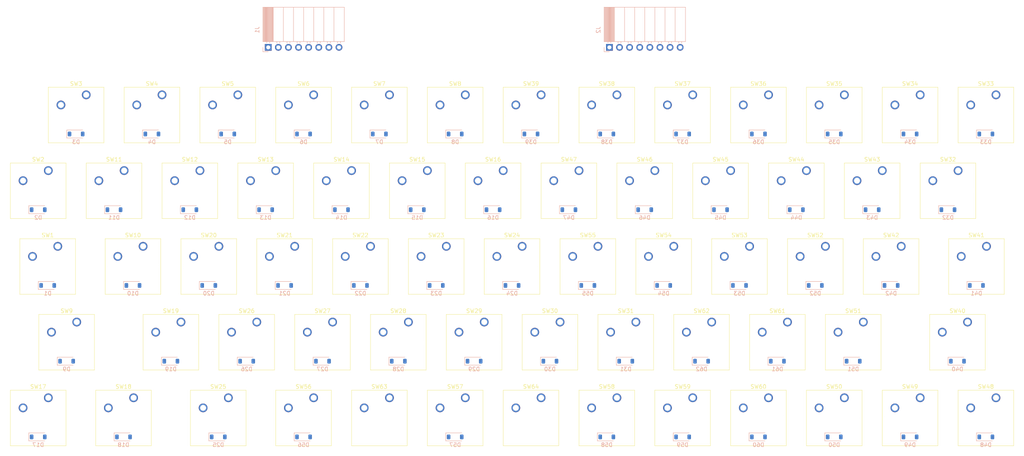
<source format=kicad_pcb>
(kicad_pcb (version 20221018) (generator pcbnew)

  (general
    (thickness 1.6)
  )

  (paper "A3")
  (layers
    (0 "F.Cu" signal)
    (31 "B.Cu" signal)
    (32 "B.Adhes" user "B.Adhesive")
    (33 "F.Adhes" user "F.Adhesive")
    (34 "B.Paste" user)
    (35 "F.Paste" user)
    (36 "B.SilkS" user "B.Silkscreen")
    (37 "F.SilkS" user "F.Silkscreen")
    (38 "B.Mask" user)
    (39 "F.Mask" user)
    (40 "Dwgs.User" user "User.Drawings")
    (41 "Cmts.User" user "User.Comments")
    (42 "Eco1.User" user "User.Eco1")
    (43 "Eco2.User" user "User.Eco2")
    (44 "Edge.Cuts" user)
    (45 "Margin" user)
    (46 "B.CrtYd" user "B.Courtyard")
    (47 "F.CrtYd" user "F.Courtyard")
    (48 "B.Fab" user)
    (49 "F.Fab" user)
    (50 "User.1" user)
    (51 "User.2" user)
    (52 "User.3" user)
    (53 "User.4" user)
    (54 "User.5" user)
    (55 "User.6" user)
    (56 "User.7" user)
    (57 "User.8" user)
    (58 "User.9" user)
  )

  (setup
    (pad_to_mask_clearance 0)
    (pcbplotparams
      (layerselection 0x00010fc_ffffffff)
      (plot_on_all_layers_selection 0x0000000_00000000)
      (disableapertmacros false)
      (usegerberextensions false)
      (usegerberattributes true)
      (usegerberadvancedattributes true)
      (creategerberjobfile true)
      (dashed_line_dash_ratio 12.000000)
      (dashed_line_gap_ratio 3.000000)
      (svgprecision 4)
      (plotframeref false)
      (viasonmask false)
      (mode 1)
      (useauxorigin false)
      (hpglpennumber 1)
      (hpglpenspeed 20)
      (hpglpendiameter 15.000000)
      (dxfpolygonmode true)
      (dxfimperialunits true)
      (dxfusepcbnewfont true)
      (psnegative false)
      (psa4output false)
      (plotreference true)
      (plotvalue true)
      (plotinvisibletext false)
      (sketchpadsonfab false)
      (subtractmaskfromsilk false)
      (outputformat 1)
      (mirror false)
      (drillshape 1)
      (scaleselection 1)
      (outputdirectory "")
    )
  )

  (net 0 "")
  (net 1 "Net-(D1-K)")
  (net 2 "Net-(D1-A)")
  (net 3 "Net-(D10-A)")
  (net 4 "Net-(D10-K)")
  (net 5 "Net-(D17-K)")
  (net 6 "Net-(D17-A)")
  (net 7 "Net-(D25-K)")
  (net 8 "Net-(D25-A)")
  (net 9 "Net-(D32-K)")
  (net 10 "Net-(D33-A)")
  (net 11 "Net-(D40-K)")
  (net 12 "Net-(D41-A)")
  (net 13 "Net-(D48-K)")
  (net 14 "Net-(D49-A)")
  (net 15 "Net-(D56-K)")
  (net 16 "Net-(D56-A)")
  (net 17 "Net-(J2-Pin_1)")
  (net 18 "Net-(J2-Pin_2)")
  (net 19 "Net-(J2-Pin_3)")
  (net 20 "Net-(J2-Pin_4)")
  (net 21 "Net-(J2-Pin_5)")
  (net 22 "Net-(J2-Pin_6)")
  (net 23 "Net-(J2-Pin_7)")
  (net 24 "Net-(J2-Pin_8)")
  (net 25 "unconnected-(SW63-Pad1)")
  (net 26 "unconnected-(SW63-Pad2)")
  (net 27 "unconnected-(SW64-Pad1)")
  (net 28 "unconnected-(SW64-Pad2)")
  (net 29 "Net-(D2-A)")
  (net 30 "Net-(D3-A)")
  (net 31 "Net-(D4-A)")
  (net 32 "Net-(D5-A)")
  (net 33 "Net-(D6-A)")
  (net 34 "Net-(D7-A)")
  (net 35 "Net-(D8-A)")
  (net 36 "Net-(D9-A)")
  (net 37 "Net-(D11-A)")
  (net 38 "Net-(D12-A)")
  (net 39 "Net-(D13-A)")
  (net 40 "Net-(D14-A)")
  (net 41 "Net-(D15-A)")
  (net 42 "Net-(D16-A)")
  (net 43 "Net-(D18-A)")
  (net 44 "Net-(D19-A)")
  (net 45 "Net-(D20-A)")
  (net 46 "Net-(D21-A)")
  (net 47 "Net-(D22-A)")
  (net 48 "Net-(D23-A)")
  (net 49 "Net-(D24-A)")
  (net 50 "Net-(D26-A)")
  (net 51 "Net-(D27-A)")
  (net 52 "Net-(D28-A)")
  (net 53 "Net-(D29-A)")
  (net 54 "Net-(D30-A)")
  (net 55 "Net-(D31-A)")
  (net 56 "Net-(D32-A)")
  (net 57 "Net-(D34-A)")
  (net 58 "Net-(D35-A)")
  (net 59 "Net-(D36-A)")
  (net 60 "Net-(D37-A)")
  (net 61 "Net-(D38-A)")
  (net 62 "Net-(D39-A)")
  (net 63 "Net-(D40-A)")
  (net 64 "Net-(D42-A)")
  (net 65 "Net-(D43-A)")
  (net 66 "Net-(D44-A)")
  (net 67 "Net-(D45-A)")
  (net 68 "Net-(D46-A)")
  (net 69 "Net-(D47-A)")
  (net 70 "Net-(D48-A)")
  (net 71 "Net-(D50-A)")
  (net 72 "Net-(D51-A)")
  (net 73 "Net-(D52-A)")
  (net 74 "Net-(D53-A)")
  (net 75 "Net-(D54-A)")
  (net 76 "Net-(D55-A)")
  (net 77 "Net-(D57-A)")
  (net 78 "Net-(D58-A)")
  (net 79 "Net-(D59-A)")
  (net 80 "Net-(D60-A)")
  (net 81 "Net-(D61-A)")
  (net 82 "Net-(D62-A)")

  (footprint "Button_Switch_Keyboard:SW_Cherry_MX_1.00u_PCB" (layer "F.Cu") (at 283.21 116.36375))

  (footprint "Button_Switch_Keyboard:SW_Cherry_MX_1.00u_PCB" (layer "F.Cu") (at 259.3975 154.46375))

  (footprint "Button_Switch_Keyboard:SW_Cherry_MX_1.00u_PCB" (layer "F.Cu") (at 111.76 116.36375))

  (footprint "Button_Switch_Keyboard:SW_Cherry_MX_1.00u_PCB" (layer "F.Cu") (at 249.8725 135.41375))

  (footprint "Button_Switch_Keyboard:SW_Cherry_MX_1.25u_PCB" (layer "F.Cu") (at 137.95375 173.51375))

  (footprint "Button_Switch_Keyboard:SW_Cherry_MX_1.00u_PCB" (layer "F.Cu") (at 273.685 173.51375))

  (footprint "Button_Switch_Keyboard:SW_Cherry_MX_1.00u_PCB" (layer "F.Cu") (at 254.635 97.31375))

  (footprint "Button_Switch_Keyboard:SW_Cherry_MX_1.00u_PCB" (layer "F.Cu") (at 211.7725 135.41375))

  (footprint "Button_Switch_Keyboard:SW_Cherry_MX_1.00u_PCB" (layer "F.Cu") (at 178.435 97.31375))

  (footprint "Button_Switch_Keyboard:SW_Cherry_MX_1.00u_PCB" (layer "F.Cu") (at 197.485 173.51375))

  (footprint "Button_Switch_Keyboard:SW_Cherry_MX_1.00u_PCB" (layer "F.Cu") (at 197.485 97.31375))

  (footprint "Button_Switch_Keyboard:SW_Cherry_MX_1.00u_PCB" (layer "F.Cu") (at 230.8225 135.41375))

  (footprint "Button_Switch_Keyboard:SW_Cherry_MX_1.00u_PCB" (layer "F.Cu") (at 302.26 116.36375))

  (footprint "Button_Switch_Keyboard:SW_Cherry_MX_1.00u_PCB" (layer "F.Cu") (at 92.71 116.36375))

  (footprint "Button_Switch_Keyboard:SW_Cherry_MX_1.00u_PCB" (layer "F.Cu") (at 292.735 97.31375))

  (footprint "Button_Switch_Keyboard:SW_Cherry_MX_1.00u_PCB" (layer "F.Cu") (at 145.0975 154.46375))

  (footprint "Button_Switch_Keyboard:SW_Cherry_MX_1.00u_PCB" (layer "F.Cu") (at 149.86 116.36375))

  (footprint "Button_Switch_Keyboard:SW_Cherry_MX_1.00u_PCB" (layer "F.Cu") (at 287.9725 135.41375))

  (footprint "Button_Switch_Keyboard:SW_Cherry_MX_1.00u_PCB" (layer "F.Cu") (at 116.5225 135.41375))

  (footprint "Button_Switch_Keyboard:SW_Cherry_MX_1.00u_PCB" (layer "F.Cu") (at 140.335 97.31375))

  (footprint "Button_Switch_Keyboard:SW_Cherry_MX_1.00u_PCB" (layer "F.Cu") (at 273.685 97.31375))

  (footprint "Button_Switch_Keyboard:SW_Cherry_MX_1.00u_PCB" (layer "F.Cu") (at 321.31 116.36375))

  (footprint "Button_Switch_Keyboard:SW_Cherry_MX_1.00u_PCB" (layer "F.Cu") (at 307.0225 135.41375))

  (footprint "Button_Switch_Keyboard:SW_Cherry_MX_1.00u_PCB" (layer "F.Cu") (at 183.1975 154.46375))

  (footprint "Button_Switch_Keyboard:SW_Cherry_MX_1.25u_PCB" (layer "F.Cu") (at 95.09125 135.41375))

  (footprint "Button_Switch_Keyboard:SW_Cherry_MX_1.00u_PCB" (layer "F.Cu") (at 216.535 173.51375))

  (footprint "Button_Switch_Keyboard:SW_Cherry_MX_1.00u_PCB" (layer "F.Cu") (at 278.4475 154.46375))

  (footprint "Button_Switch_Keyboard:SW_Cherry_MX_1.00u_PCB" (layer "F.Cu") (at 202.2475 154.46375))

  (footprint "Button_Switch_Keyboard:SW_Cherry_MX_1.00u_PCB" (layer "F.Cu") (at 297.4975 154.46375))

  (footprint "Button_Switch_Keyboard:SW_Cherry_MX_1.00u_PCB" (layer "F.Cu") (at 245.11 116.36375))

  (footprint "Button_Switch_Keyboard:SW_Cherry_MX_1.00u_PCB" (layer "F.Cu") (at 254.635 173.51375))

  (footprint "Button_Switch_Keyboard:SW_Cherry_MX_1.00u_PCB" (layer "F.Cu") (at 130.81 116.36375))

  (footprint "Button_Switch_Keyboard:SW_Cherry_MX_1.00u_PCB" (layer "F.Cu") (at 159.385 173.51375))

  (footprint "Button_Switch_Keyboard:SW_Cherry_MX_1.00u_PCB" (layer "F.Cu") (at 207.01 116.36375))

  (footprint "Button_Switch_Keyboard:SW_Cherry_MX_1.00u_PCB" (layer "F.Cu") (at 92.71 173.51375))

  (footprint "Button_Switch_Keyboard:SW_Cherry_MX_1.25u_PCB" (layer "F.Cu") (at 328.45375 135.41375))

  (footprint "Button_Switch_Keyboard:SW_Cherry_MX_1.00u_PCB" (layer "F.Cu") (at 126.0475 154.46375))

  (footprint "Button_Switch_Keyboard:SW_Cherry_MX_1.00u_PCB" (layer "F.Cu") (at 330.835 173.51375))

  (footprint "Button_Switch_Keyboard:SW_Cherry_MX_1.00u_PCB" (layer "F.Cu") (at 235.585 97.31375))

  (footprint "Button_Switch_Keyboard:SW_Cherry_MX_1.00u_PCB" (layer "F.Cu") (at 221.2975 154.46375))

  (footprint "Button_Switch_Keyboard:SW_Cherry_MX_1.00u_PCB" (layer "F.Cu") (at 216.535 97.31375))

  (footprint "Button_Switch_Keyboard:SW_Cherry_MX_1.00u_PCB" (layer "F.Cu")
    (tstamp a29d0987-fc1b-479e-89c1-4957eae3384f)
    (at 268.9225 135.41375)
    (descr "Cherry MX keyswitch, 1.00u, PCB mount, http://cherryamericas.com/wp-content/uploads/2014/12/mx_cat.pdf")
    (tags "Cherry MX keyswitch 1.00u PCB")
    (property "Sheetfile" "xantronix-z32.kicad_sch")
    (property "Sheetname" "")
    (property "ki_description" "Push button switch, generic, two pins")
    (property "ki_keywords" "switch normally-open pushbutton push-button")
    (path "/e818bc00-1e8f-44e3-b9f4-0bae43ab4fb8")
    (attr through_hole)
    (fp_text reference "SW53" (at -2.54 -2.794) (layer "F.SilkS")
        (effects (font (size 1 1) (thickness 0.15)))
      (tstamp cb3cf7f9-8c81-468e-8413-26def3be3526)
    )
    (fp_text value "SW_Push" (at -2.54 12.954) (layer "F.Fab")
        (effects (font (size 1 1) (thickness 0.15)))
      (tstamp 5182fbc3-0c7b-453c-aafd-532198d8e30e)
    )
    (fp_text user "${REFERENCE}" (at -2.54 -2.794) (layer "F.Fab")
        (effects (font (size 1 1) (thickness 0.15)))
      (tstamp 68a1dcc7-8161-4f6b-9b42-7c6638961b1c)
    )
    (fp_line (start -9.525 -1.905) (end 4.445 -1.905)
      (stroke (width 0.12) (type solid)) (layer "F.SilkS") (tstamp 08667e8a-8c72-429f-b2e6-5db12ca88ec3))
    (fp_line (start -9.525 12.065) (end -9.525 -1.905)
      (stroke (width 0.12) (type solid)) (layer "F.SilkS") (tstamp 0c747d89-b9cd-4ce8-9ab2-10088c866c2a))
    (fp_line (start 4.445 -1.905) (end 4.445 12.065)
      (stroke (width 0.12) (type solid)) (layer "F.SilkS") (tstamp f19d8e3e-1608-4cbf-9820-4000cc5e77a2))
    (fp_line (start 4.445 12.065) (end -9.525 12.065)
      (stroke (width 0.12) (type solid)) (layer "F.SilkS") (tstamp 4c4f0c93-87ab-4c00-841e-6a65574447aa))
    (fp_line (start -12.065 -4.445) (end 6.985 -4.445)
      (stroke (width 0.15) (type solid)) (layer "Dwgs.User") (tstamp e7e1ea46-d40c-432d-9e55-5a9b96b52741))
    (fp_line (start -12.065 14.605) (end -12.065 -4.445)
      (stroke (width 0.15) (type solid)) (layer "Dwgs.User") (tstamp 8db66b3b-fa37-4c8f-aaa0-111a725d8bc4))
    (fp_line (start 6.985 -4.445) (end 6.985 14.605)
      (stroke (width 0.15) (type solid)) (layer "Dwgs.User") (tstamp b1ad30f7-8a1d-476a-a2c5-5037a5d7450c))
    (fp_line (start 6.985 14.605) (end -12.065 14.605)
      (stroke (width 0.15) (type solid)) (layer "Dwgs.User") (tstamp 4924eca8-f13b-43e7-a3d0-2f8a8208b8df))
    (fp_line (start -9.14 -1.52) (end 4.06 -1.52)
      (stroke (width 0.05) (type solid)) (layer "F.CrtYd") (tstamp 4c571deb-62
... [408600 chars truncated]
</source>
